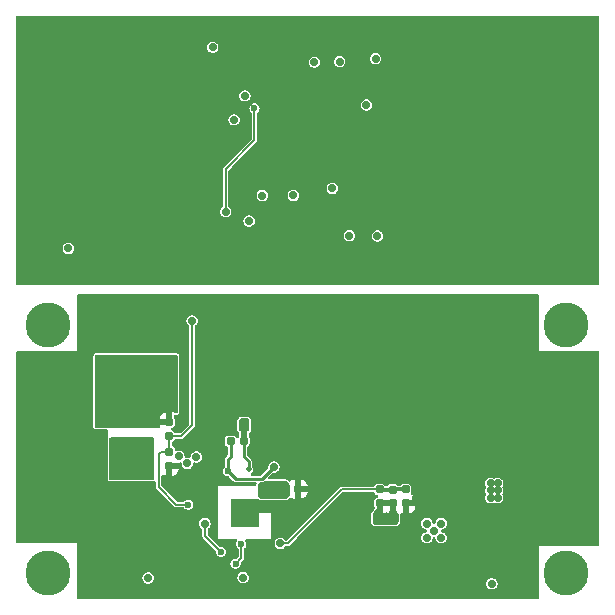
<source format=gbr>
%TF.GenerationSoftware,KiCad,Pcbnew,7.0.1*%
%TF.CreationDate,2024-01-20T12:23:47-08:00*%
%TF.ProjectId,CC1200 Dev Board,43433132-3030-4204-9465-7620426f6172,v1.0*%
%TF.SameCoordinates,PX450a6a0PY58363a0*%
%TF.FileFunction,Copper,L4,Bot*%
%TF.FilePolarity,Positive*%
%FSLAX46Y46*%
G04 Gerber Fmt 4.6, Leading zero omitted, Abs format (unit mm)*
G04 Created by KiCad (PCBNEW 7.0.1) date 2024-01-20 12:23:47*
%MOMM*%
%LPD*%
G01*
G04 APERTURE LIST*
G04 Aperture macros list*
%AMRoundRect*
0 Rectangle with rounded corners*
0 $1 Rounding radius*
0 $2 $3 $4 $5 $6 $7 $8 $9 X,Y pos of 4 corners*
0 Add a 4 corners polygon primitive as box body*
4,1,4,$2,$3,$4,$5,$6,$7,$8,$9,$2,$3,0*
0 Add four circle primitives for the rounded corners*
1,1,$1+$1,$2,$3*
1,1,$1+$1,$4,$5*
1,1,$1+$1,$6,$7*
1,1,$1+$1,$8,$9*
0 Add four rect primitives between the rounded corners*
20,1,$1+$1,$2,$3,$4,$5,0*
20,1,$1+$1,$4,$5,$6,$7,0*
20,1,$1+$1,$6,$7,$8,$9,0*
20,1,$1+$1,$8,$9,$2,$3,0*%
G04 Aperture macros list end*
%TA.AperFunction,WasherPad*%
%ADD10C,3.810000*%
%TD*%
%TA.AperFunction,SMDPad,CuDef*%
%ADD11RoundRect,0.160000X0.160000X-0.197500X0.160000X0.197500X-0.160000X0.197500X-0.160000X-0.197500X0*%
%TD*%
%TA.AperFunction,SMDPad,CuDef*%
%ADD12RoundRect,0.155000X-0.212500X-0.155000X0.212500X-0.155000X0.212500X0.155000X-0.212500X0.155000X0*%
%TD*%
%TA.AperFunction,SMDPad,CuDef*%
%ADD13RoundRect,0.250000X0.625000X-0.312500X0.625000X0.312500X-0.625000X0.312500X-0.625000X-0.312500X0*%
%TD*%
%TA.AperFunction,SMDPad,CuDef*%
%ADD14RoundRect,0.155000X0.212500X0.155000X-0.212500X0.155000X-0.212500X-0.155000X0.212500X-0.155000X0*%
%TD*%
%TA.AperFunction,SMDPad,CuDef*%
%ADD15RoundRect,0.155000X0.155000X-0.212500X0.155000X0.212500X-0.155000X0.212500X-0.155000X-0.212500X0*%
%TD*%
%TA.AperFunction,SMDPad,CuDef*%
%ADD16RoundRect,0.160000X-0.160000X0.197500X-0.160000X-0.197500X0.160000X-0.197500X0.160000X0.197500X0*%
%TD*%
%TA.AperFunction,SMDPad,CuDef*%
%ADD17RoundRect,0.225000X-0.250000X0.225000X-0.250000X-0.225000X0.250000X-0.225000X0.250000X0.225000X0*%
%TD*%
%TA.AperFunction,ViaPad*%
%ADD18C,0.700000*%
%TD*%
%TA.AperFunction,ViaPad*%
%ADD19C,0.635000*%
%TD*%
%TA.AperFunction,ViaPad*%
%ADD20C,0.500000*%
%TD*%
%TA.AperFunction,ViaPad*%
%ADD21C,0.600000*%
%TD*%
%TA.AperFunction,Conductor*%
%ADD22C,0.270000*%
%TD*%
%TA.AperFunction,Conductor*%
%ADD23C,0.203200*%
%TD*%
%TA.AperFunction,Conductor*%
%ADD24C,0.304800*%
%TD*%
G04 APERTURE END LIST*
D10*
%TO.P,REF\u002A\u002A,*%
%TO.N,*%
X46870000Y23485000D03*
%TD*%
%TO.P,,*%
%TO.N,*%
X46870000Y2530000D03*
%TD*%
%TO.P,,*%
%TO.N,*%
X3055000Y23485000D03*
%TD*%
%TO.P,,*%
%TO.N,*%
X3055000Y2530000D03*
%TD*%
D11*
%TO.P,R10,1*%
%TO.N,MPPTSET_RST*%
X13300000Y14102500D03*
%TO.P,R10,2*%
%TO.N,VIN*%
X13300000Y15297500D03*
%TD*%
D12*
%TO.P,C31,1*%
%TO.N,Net-(U2-BTST)*%
X18482500Y13700000D03*
%TO.P,C31,2*%
%TO.N,Net-(U2-PH)*%
X19617500Y13700000D03*
%TD*%
D13*
%TO.P,R16,1*%
%TO.N,Net-(C35-Pad1)*%
X10170000Y13077500D03*
%TO.P,R16,2*%
%TO.N,VIN*%
X10170000Y16002500D03*
%TD*%
D14*
%TO.P,C32,1*%
%TO.N,GND*%
X24167500Y9600000D03*
%TO.P,C32,2*%
%TO.N,Net-(U2-REGN)*%
X23032500Y9600000D03*
%TD*%
D15*
%TO.P,C29,1*%
%TO.N,BAT_OUT_R*%
X32200000Y8432500D03*
%TO.P,C29,2*%
%TO.N,VFB*%
X32200000Y9567500D03*
%TD*%
D11*
%TO.P,R11,1*%
%TO.N,GND*%
X13300000Y11602500D03*
%TO.P,R11,2*%
%TO.N,MPPTSET_RST*%
X13300000Y12797500D03*
%TD*%
D16*
%TO.P,R7,1*%
%TO.N,VFB*%
X31100000Y9597500D03*
%TO.P,R7,2*%
%TO.N,BAT_OUT_R*%
X31100000Y8402500D03*
%TD*%
D11*
%TO.P,R8,1*%
%TO.N,GND*%
X33300000Y8405000D03*
%TO.P,R8,2*%
%TO.N,VFB*%
X33300000Y9600000D03*
%TD*%
D17*
%TO.P,C35,1*%
%TO.N,Net-(C35-Pad1)*%
X10170000Y11195000D03*
%TO.P,C35,2*%
%TO.N,GND*%
X10170000Y9645000D03*
%TD*%
D18*
%TO.N,GND*%
X25400000Y13970000D03*
X30480000Y13970000D03*
X27940000Y13970000D03*
X29210000Y15240000D03*
X31750000Y15240000D03*
X31750000Y17780000D03*
X30480000Y16510000D03*
X30480000Y19050000D03*
X29210000Y17780000D03*
X27940000Y16510000D03*
X27940000Y19050000D03*
X26670000Y20320000D03*
X24130000Y20320000D03*
X34290000Y20320000D03*
X31750000Y20320000D03*
X29210000Y20320000D03*
D19*
X21500000Y17825000D03*
D18*
X22975000Y13675000D03*
X22125000Y13150000D03*
X21075000Y13150000D03*
D20*
%TO.N,Net-(U2-PH)*%
X19650000Y14975000D03*
D18*
%TO.N,GND*%
X36710000Y25390000D03*
X17660000Y19040000D03*
X43695000Y34280000D03*
X25210000Y33090000D03*
X12580000Y24120000D03*
X15120000Y31740000D03*
X48140000Y29200000D03*
X47479600Y46726000D03*
X3690000Y30470000D03*
X2420000Y11420000D03*
X9582800Y5882800D03*
X14104000Y43932000D03*
X40164400Y37378800D03*
X38792800Y47996000D03*
X2420000Y46980000D03*
X29090000Y25390000D03*
X32900000Y31740000D03*
X34170000Y22850000D03*
X18930000Y25390000D03*
X15700000Y4400000D03*
X4960000Y46980000D03*
X13850000Y25390000D03*
X32900000Y21580000D03*
X47733600Y42001600D03*
X45193600Y38140800D03*
X20200000Y24120000D03*
X22079600Y46573600D03*
X31630000Y22850000D03*
X25800000Y9800000D03*
X46870000Y38090000D03*
X4960000Y13960000D03*
X16400000Y2500000D03*
X8700000Y6700000D03*
X48140000Y36820000D03*
X30868000Y29860400D03*
X4720000Y40150000D03*
X40520000Y31740000D03*
X38792800Y41900000D03*
X27820000Y34280000D03*
X43060000Y3800000D03*
X2420000Y29200000D03*
X39250000Y15230000D03*
X44330000Y27930000D03*
X37980000Y29200000D03*
X21470000Y27930000D03*
X31503000Y44567000D03*
X7500000Y3800000D03*
X18218800Y46980000D03*
X26143600Y47488000D03*
X39250000Y19040000D03*
X21470000Y25390000D03*
X25280000Y31740000D03*
X16810000Y40410000D03*
X16840000Y39410000D03*
X10040000Y46980000D03*
X34170000Y45710000D03*
X15120000Y34280000D03*
X10040000Y1260000D03*
X16390000Y36185000D03*
X37980000Y31740000D03*
X25661000Y39106000D03*
X23375000Y40249000D03*
X16500000Y11500000D03*
D21*
X22384400Y6187600D03*
D18*
X37980000Y21580000D03*
X25280000Y21580000D03*
X25280000Y5070000D03*
X23248000Y8118000D03*
D21*
X10040000Y39360000D03*
D18*
X43060000Y29200000D03*
D21*
X10040000Y31740000D03*
D18*
X34170000Y10150000D03*
X10040000Y24120000D03*
X16390000Y30470000D03*
X32900000Y24120000D03*
X14200000Y4200000D03*
X39250000Y30470000D03*
X26410000Y33130000D03*
X9582800Y8340800D03*
X36710000Y30470000D03*
X36710000Y27930000D03*
X4720000Y35080000D03*
X24518000Y40249000D03*
D21*
X18900000Y6900000D03*
D18*
X6230000Y27930000D03*
X41840800Y48097600D03*
X36710000Y43170000D03*
X12580000Y3800000D03*
X2420000Y13960000D03*
X25800000Y11700000D03*
X15120000Y3800000D03*
X19641200Y1006000D03*
X8770000Y25390000D03*
X35440000Y29200000D03*
X41586800Y39309200D03*
X27820000Y1260000D03*
X34170000Y25390000D03*
X13850000Y48250000D03*
X21470000Y22850000D03*
X46870000Y27930000D03*
X31630000Y25390000D03*
X34170000Y30470000D03*
X7500000Y11420000D03*
X23375000Y41265000D03*
X35440000Y24120000D03*
X48952800Y6340000D03*
X25661000Y41265000D03*
X44330000Y30470000D03*
X2420000Y31740000D03*
X10497200Y6695600D03*
X46870000Y35550000D03*
X7500000Y46980000D03*
X43060000Y1260000D03*
X39250000Y33010000D03*
X3690000Y48250000D03*
X23730600Y33340200D03*
X25940400Y1564800D03*
X45600000Y29200000D03*
X36710000Y2530000D03*
X47733600Y39258400D03*
X41790000Y22850000D03*
X9582800Y7508400D03*
X37980000Y24120000D03*
X38792800Y46726000D03*
X40520000Y24120000D03*
X30360000Y21580000D03*
X8700000Y5900000D03*
X41790000Y30470000D03*
X48140000Y34280000D03*
D21*
X20400000Y8400000D03*
D18*
X14104000Y41392000D03*
X27159600Y47488000D03*
X46412800Y39258400D03*
X27820000Y2530000D03*
X36710000Y45710000D03*
X16400000Y900000D03*
X16390000Y17770000D03*
X16390000Y48250000D03*
X36710000Y48250000D03*
X4690000Y37600000D03*
X4960000Y11420000D03*
X44838000Y48148400D03*
X32900000Y29200000D03*
X25800000Y10700000D03*
D21*
X10040000Y34280000D03*
D18*
X32900000Y44440000D03*
X18930000Y48250000D03*
X25800000Y8900000D03*
X34170000Y33264000D03*
D21*
X10040000Y29200000D03*
D18*
X37800000Y1600000D03*
X34170000Y48250000D03*
X34170000Y43170000D03*
X34779600Y41493600D03*
X20200000Y19040000D03*
X47378000Y48097600D03*
X10497200Y5882800D03*
X21216000Y33340200D03*
X47479600Y45608400D03*
X39250000Y13960000D03*
X43060000Y31740000D03*
X16390000Y20310000D03*
X10040000Y3800000D03*
X40164400Y39309200D03*
X7500000Y1260000D03*
X20200000Y21580000D03*
X39250000Y11420000D03*
X2420000Y41900000D03*
X40520000Y48097600D03*
X25940400Y2377600D03*
X24518000Y46599000D03*
X7500000Y24120000D03*
X43060000Y21580000D03*
X43060000Y24120000D03*
X36075000Y38725000D03*
X35440000Y46980000D03*
X29267800Y2504600D03*
X10497200Y7508400D03*
X39250000Y16500000D03*
X19840000Y43870000D03*
X27820000Y21580000D03*
X14104000Y36312000D03*
X35440000Y2530000D03*
X38792800Y45456000D03*
X16390000Y25390000D03*
D21*
X10040000Y41900000D03*
D18*
X41790000Y27930000D03*
X45600000Y31740000D03*
X16700000Y3400000D03*
X23552800Y43474800D03*
X28429600Y29911200D03*
X36710000Y22850000D03*
X18930000Y27930000D03*
X35440000Y21580000D03*
X38792800Y40579200D03*
X36710000Y3800000D03*
X29090000Y3800000D03*
X24075000Y8118000D03*
X41790000Y25390000D03*
X11310000Y27930000D03*
X25940400Y750000D03*
D21*
X25000000Y8321200D03*
D18*
X47733600Y40680800D03*
X4720000Y45230000D03*
X31630000Y33264000D03*
X4770000Y32520000D03*
X39250000Y27930000D03*
X13850000Y31232000D03*
X14104000Y33772000D03*
X11310000Y25390000D03*
X3690000Y27930000D03*
X35440000Y44440000D03*
X30080000Y43280000D03*
X24010000Y25390000D03*
X38792800Y39309200D03*
X16500000Y12300000D03*
X4770000Y42680000D03*
X40520000Y21580000D03*
X24010000Y30470000D03*
X12580000Y46980000D03*
X15120000Y29200000D03*
X39250000Y20310000D03*
X29090000Y27930000D03*
X39250000Y12690000D03*
X17660000Y44440000D03*
X41637600Y37734400D03*
X35440000Y31740000D03*
X2420000Y34280000D03*
X35440000Y3800000D03*
D21*
X20400000Y6900000D03*
D18*
X36964000Y33010000D03*
X31630000Y27930000D03*
X24010000Y27930000D03*
X24518000Y39106000D03*
X26270000Y28300000D03*
X46870000Y30470000D03*
X30207600Y47792800D03*
X2420000Y44440000D03*
X34170000Y8880000D03*
X25661000Y40249000D03*
X15120000Y46980000D03*
X6230000Y48250000D03*
X7500000Y13960000D03*
X45193600Y39258400D03*
X8700000Y8321200D03*
X8700000Y7500000D03*
X39250000Y22850000D03*
X13850000Y27930000D03*
X41485200Y33975200D03*
X48140000Y31740000D03*
X2420000Y36820000D03*
X46057200Y36667600D03*
X45600000Y34280000D03*
X48952800Y8930800D03*
X24518000Y41265000D03*
X11310000Y48250000D03*
X44330000Y33010000D03*
X14358000Y38852000D03*
X24400000Y5000000D03*
X9582800Y6695600D03*
X11310000Y5070000D03*
X22740000Y24120000D03*
X36710000Y40630000D03*
X46870000Y33010000D03*
X38742000Y37429600D03*
D21*
X10040000Y36820000D03*
X22790800Y1514000D03*
D18*
X22740000Y21580000D03*
X16390000Y27930000D03*
X15120000Y36820000D03*
D21*
X19700000Y7700000D03*
D18*
X8770000Y27930000D03*
X37980000Y34280000D03*
X8770000Y48250000D03*
X14500000Y900000D03*
X23375000Y39106000D03*
X34830400Y37886800D03*
X2420000Y39360000D03*
X46006400Y48148400D03*
D21*
X10040000Y44440000D03*
D18*
X30360000Y24120000D03*
X36329000Y1031400D03*
D21*
X23222600Y6213000D03*
D18*
X18930000Y17770000D03*
X29140800Y47792800D03*
X18930000Y22850000D03*
X32900000Y46980000D03*
X39250000Y25390000D03*
X14500000Y2500000D03*
X18930000Y20310000D03*
X39250000Y17770000D03*
X27820000Y24120000D03*
X17660000Y21580000D03*
X22425000Y8118000D03*
X24010000Y48250000D03*
X10497200Y8321200D03*
X29090000Y22850000D03*
D21*
X18900000Y8400000D03*
D18*
X28124800Y48707200D03*
X40520000Y29200000D03*
X34170000Y27930000D03*
%TO.N,+3.3V*%
X18777600Y40884000D03*
X25584800Y45760800D03*
X27090000Y35080000D03*
X4740000Y29990000D03*
X27718400Y45811600D03*
X29980000Y42140000D03*
X20050000Y32320000D03*
X21160000Y34470000D03*
X30918800Y31040000D03*
X19692000Y42916000D03*
X16970000Y47030800D03*
X30766400Y46065600D03*
X23790000Y34480000D03*
X28531200Y31080000D03*
%TO.N,BAT_OUT_R*%
X36300000Y5500000D03*
X35700000Y6100000D03*
X40600000Y1600000D03*
X32200000Y7600000D03*
X32200000Y7000000D03*
X31000000Y7600000D03*
X36300000Y6700000D03*
X31000000Y7000000D03*
X35100000Y6700000D03*
X35100000Y5500000D03*
%TO.N,VFB*%
X22689200Y5019200D03*
%TO.N,VIN_D*%
X15577200Y12334400D03*
X19539600Y2123600D03*
X14815200Y11800000D03*
X14104000Y12385200D03*
X11500000Y2100000D03*
D21*
%TO.N,Net-(U2-BTST)*%
X18295000Y11140600D03*
D18*
X22155800Y11496200D03*
D20*
%TO.N,Net-(U2-PH)*%
X20000000Y11300000D03*
D18*
%TO.N,Net-(U2-REGN)*%
X21700000Y9910000D03*
X21420000Y9130000D03*
D21*
%TO.N,Net-(D2-K)*%
X18900000Y3300000D03*
X19387200Y4968400D03*
D18*
%TO.N,VIN*%
X9400000Y19903600D03*
X10192400Y17465200D03*
X8516000Y17465200D03*
X8516000Y19090800D03*
X10192400Y19903600D03*
X9379600Y17465200D03*
X9400000Y18278000D03*
X8516000Y18278000D03*
X10192400Y19090800D03*
X9400000Y19090800D03*
X10192400Y18278000D03*
X8516000Y19903600D03*
%TO.N,BAT_OUT*%
X40500000Y8900000D03*
X40500000Y9500000D03*
X41100000Y10100000D03*
X41100000Y8900000D03*
X41100000Y9500000D03*
X40500000Y10100000D03*
D21*
%TO.N,BAT_TEMP*%
X17660000Y4308000D03*
D18*
X16300000Y6700000D03*
D21*
%TO.N,/RESET*%
X20504800Y41849200D03*
D18*
X18070000Y33110000D03*
%TO.N,MPPTSET_RST*%
X15221600Y23866000D03*
D21*
X14900000Y8300000D03*
%TD*%
D22*
%TO.N,Net-(U2-BTST)*%
X18295000Y12162500D02*
X18482500Y12350000D01*
X18295000Y11140600D02*
X18295000Y12162500D01*
X20020481Y10500000D02*
X18935600Y10500000D01*
X18935600Y10500000D02*
X18295000Y11140600D01*
X18482500Y13700000D02*
X18482500Y12350000D01*
%TO.N,Net-(U2-PH)*%
X20000000Y11967500D02*
X19617500Y12350000D01*
X19617500Y12350000D02*
X19617500Y13700000D01*
D23*
%TO.N,VFB*%
X23319200Y5019200D02*
X27897500Y9597500D01*
X22689200Y5019200D02*
X23319200Y5019200D01*
D24*
X32200000Y9567500D02*
X31130000Y9567500D01*
X33300000Y9600000D02*
X32232500Y9600000D01*
D23*
X31130000Y9567500D02*
X31100000Y9597500D01*
X32232500Y9600000D02*
X32200000Y9567500D01*
X31100000Y9597500D02*
X27897500Y9597500D01*
D22*
%TO.N,Net-(U2-BTST)*%
X21159600Y10500000D02*
X22155800Y11496200D01*
X20020481Y10500000D02*
X21159600Y10500000D01*
%TO.N,Net-(U2-PH)*%
X20000000Y11300000D02*
X20000000Y11967500D01*
D23*
%TO.N,Net-(D2-K)*%
X19387200Y4968400D02*
X19387200Y3787200D01*
X19387200Y3787200D02*
X18900000Y3300000D01*
%TO.N,BAT_TEMP*%
X17660000Y4308000D02*
X16300000Y5668000D01*
X16300000Y5668000D02*
X16300000Y6700000D01*
%TO.N,/RESET*%
X20504800Y41849200D02*
X20504800Y39134800D01*
X18070000Y33110000D02*
X18070000Y36700000D01*
X18070000Y36700000D02*
X20504800Y39134800D01*
%TO.N,MPPTSET_RST*%
X12400000Y9800000D02*
X13900000Y8300000D01*
X13300000Y12797500D02*
X13300000Y14102500D01*
X12400000Y12600000D02*
X12400000Y9800000D01*
X13300000Y12797500D02*
X12597500Y12797500D01*
X12597500Y12797500D02*
X12400000Y12600000D01*
X14302500Y14102500D02*
X13300000Y14102500D01*
X13900000Y8300000D02*
X14900000Y8300000D01*
X15221600Y15021600D02*
X14302500Y14102500D01*
X15221600Y23866000D02*
X15221600Y15021600D01*
%TD*%
%TA.AperFunction,Conductor*%
%TO.N,GND*%
G36*
X44522000Y26110387D02*
G01*
X44567387Y26065000D01*
X44584000Y26003000D01*
X44584000Y21326000D01*
X49575780Y21326000D01*
X49637780Y21309387D01*
X49683167Y21264000D01*
X49699780Y21202000D01*
X49699780Y9995440D01*
X49699779Y9994962D01*
X49680280Y4939522D01*
X49663508Y4877724D01*
X49618143Y4832533D01*
X49556281Y4816000D01*
X44584000Y4816000D01*
X44584000Y424220D01*
X44567387Y362220D01*
X44522000Y316833D01*
X44460000Y300220D01*
X5592000Y300220D01*
X5530000Y316833D01*
X5484613Y362220D01*
X5468000Y424220D01*
X5468000Y1600000D01*
X40117590Y1600000D01*
X40137130Y1464089D01*
X40194170Y1339191D01*
X40194171Y1339189D01*
X40232202Y1295299D01*
X40284088Y1235419D01*
X40341844Y1198302D01*
X40399600Y1161184D01*
X40531346Y1122500D01*
X40668654Y1122500D01*
X40800400Y1161184D01*
X40915911Y1235419D01*
X41005829Y1339189D01*
X41062869Y1464089D01*
X41082410Y1600000D01*
X41062869Y1735911D01*
X41005829Y1860811D01*
X40960870Y1912696D01*
X40915911Y1964582D01*
X40800398Y2038817D01*
X40668654Y2077500D01*
X40531346Y2077500D01*
X40399601Y2038817D01*
X40284088Y1964582D01*
X40194170Y1860810D01*
X40137130Y1735912D01*
X40117590Y1600000D01*
X5468000Y1600000D01*
X5468000Y2100000D01*
X11017590Y2100000D01*
X11037130Y1964089D01*
X11084297Y1860810D01*
X11094171Y1839189D01*
X11132202Y1795299D01*
X11184088Y1735419D01*
X11241844Y1698302D01*
X11299600Y1661184D01*
X11431346Y1622500D01*
X11568654Y1622500D01*
X11700400Y1661184D01*
X11815911Y1735419D01*
X11905829Y1839189D01*
X11962869Y1964089D01*
X11982410Y2100000D01*
X11979017Y2123600D01*
X19057190Y2123600D01*
X19076730Y1987689D01*
X19133770Y1862791D01*
X19133771Y1862789D01*
X19154219Y1839191D01*
X19223688Y1759019D01*
X19259644Y1735912D01*
X19339200Y1684784D01*
X19470946Y1646100D01*
X19608254Y1646100D01*
X19740000Y1684784D01*
X19855511Y1759019D01*
X19945429Y1862789D01*
X20002469Y1987689D01*
X20022010Y2123600D01*
X20002469Y2259511D01*
X19945429Y2384411D01*
X19875960Y2464582D01*
X19855511Y2488182D01*
X19739998Y2562417D01*
X19608254Y2601100D01*
X19470946Y2601100D01*
X19339201Y2562417D01*
X19223688Y2488182D01*
X19133770Y2384410D01*
X19076730Y2259512D01*
X19057190Y2123600D01*
X11979017Y2123600D01*
X11962869Y2235911D01*
X11952091Y2259511D01*
X11905829Y2360810D01*
X11905829Y2360811D01*
X11860869Y2412697D01*
X11815911Y2464582D01*
X11700398Y2538817D01*
X11568654Y2577500D01*
X11431346Y2577500D01*
X11299601Y2538817D01*
X11184088Y2464582D01*
X11094170Y2360810D01*
X11037130Y2235912D01*
X11017590Y2100000D01*
X5468000Y2100000D01*
X5468000Y5070000D01*
X424220Y5070000D01*
X362220Y5086613D01*
X316833Y5132000D01*
X300220Y5194000D01*
X300220Y6700001D01*
X15817590Y6700001D01*
X15837130Y6564089D01*
X15894170Y6439191D01*
X15894171Y6439189D01*
X15928129Y6400000D01*
X15984089Y6335418D01*
X16013938Y6316236D01*
X16055732Y6271347D01*
X16070900Y6211920D01*
X16070900Y5677235D01*
X16070730Y5670746D01*
X16068666Y5631360D01*
X16076158Y5611841D01*
X16081683Y5593190D01*
X16086031Y5572734D01*
X16087331Y5570945D01*
X16102773Y5542507D01*
X16103568Y5540436D01*
X16118350Y5525654D01*
X16130986Y5510860D01*
X16143278Y5493942D01*
X16145192Y5492837D01*
X16170873Y5473131D01*
X17197777Y4446227D01*
X17227750Y4397706D01*
X17232834Y4340900D01*
X17228104Y4308001D01*
X17245599Y4186319D01*
X17296664Y4074501D01*
X17296666Y4074499D01*
X17377168Y3981595D01*
X17480584Y3915134D01*
X17598535Y3880500D01*
X17721465Y3880500D01*
X17839416Y3915134D01*
X17942832Y3981595D01*
X18023334Y4074499D01*
X18074401Y4186321D01*
X18091896Y4308000D01*
X18074401Y4429679D01*
X18066844Y4446227D01*
X18023335Y4541500D01*
X17942832Y4634405D01*
X17839414Y4700867D01*
X17721465Y4735500D01*
X17607858Y4735500D01*
X17560405Y4744939D01*
X17520177Y4771819D01*
X17047522Y5244474D01*
X16891996Y5400000D01*
X17400000Y5400000D01*
X18923998Y5400000D01*
X18978710Y5387277D01*
X19022195Y5351719D01*
X19045529Y5300623D01*
X19043923Y5244474D01*
X19030259Y5218582D01*
X19031272Y5218119D01*
X18972799Y5090082D01*
X18955304Y4968400D01*
X18972799Y4846719D01*
X19023864Y4734902D01*
X19023865Y4734901D01*
X19023866Y4734899D01*
X19104368Y4641995D01*
X19104369Y4641995D01*
X19116044Y4628521D01*
X19115806Y4628316D01*
X19142931Y4599183D01*
X19158100Y4539755D01*
X19158100Y3933459D01*
X19148661Y3886006D01*
X19121781Y3845779D01*
X19077596Y3801593D01*
X19039821Y3763818D01*
X18999592Y3736939D01*
X18952140Y3727500D01*
X18838535Y3727500D01*
X18720585Y3692867D01*
X18617167Y3626405D01*
X18536664Y3533500D01*
X18485599Y3421682D01*
X18468104Y3300001D01*
X18485599Y3178319D01*
X18536664Y3066501D01*
X18536666Y3066499D01*
X18617168Y2973595D01*
X18720584Y2907134D01*
X18838535Y2872500D01*
X18961465Y2872500D01*
X19079416Y2907134D01*
X19182832Y2973595D01*
X19263334Y3066499D01*
X19314401Y3178321D01*
X19331896Y3300000D01*
X19327165Y3332902D01*
X19332248Y3389704D01*
X19362220Y3438225D01*
X19542683Y3618688D01*
X19547352Y3623119D01*
X19576686Y3649530D01*
X19585190Y3668632D01*
X19594469Y3685723D01*
X19605862Y3703264D01*
X19606208Y3705450D01*
X19615402Y3736489D01*
X19616300Y3738503D01*
X19616300Y3759409D01*
X19617826Y3778804D01*
X19618419Y3782553D01*
X19621097Y3799459D01*
X19620524Y3801595D01*
X19616300Y3833686D01*
X19616300Y4539755D01*
X19631469Y4599183D01*
X19658593Y4628316D01*
X19658356Y4628521D01*
X19670030Y4641994D01*
X19670032Y4641995D01*
X19750534Y4734899D01*
X19801601Y4846721D01*
X19819096Y4968400D01*
X19811792Y5019200D01*
X22206790Y5019200D01*
X22226330Y4883289D01*
X22277238Y4771819D01*
X22283371Y4758389D01*
X22311473Y4725958D01*
X22373288Y4654619D01*
X22392932Y4641995D01*
X22488800Y4580384D01*
X22620546Y4541700D01*
X22757854Y4541700D01*
X22889600Y4580384D01*
X23005111Y4654619D01*
X23045185Y4700866D01*
X23085423Y4747303D01*
X23127625Y4778894D01*
X23179136Y4790100D01*
X23309964Y4790100D01*
X23316454Y4789930D01*
X23355839Y4787866D01*
X23375348Y4795355D01*
X23394009Y4800884D01*
X23414465Y4805231D01*
X23416255Y4806533D01*
X23444708Y4821979D01*
X23446764Y4822768D01*
X23461545Y4837550D01*
X23476341Y4850188D01*
X23493258Y4862478D01*
X23494366Y4864399D01*
X23514066Y4890072D01*
X24123994Y5500000D01*
X34617590Y5500000D01*
X34618461Y5493942D01*
X34637130Y5364089D01*
X34685805Y5257507D01*
X34694171Y5239189D01*
X34726482Y5201901D01*
X34784088Y5135419D01*
X34841844Y5098302D01*
X34899600Y5061184D01*
X35031346Y5022500D01*
X35168654Y5022500D01*
X35300400Y5061184D01*
X35415911Y5135419D01*
X35505829Y5239189D01*
X35562869Y5364089D01*
X35577262Y5464197D01*
X35598992Y5518476D01*
X35643180Y5556765D01*
X35700000Y5570549D01*
X35756820Y5556765D01*
X35801008Y5518476D01*
X35822738Y5464196D01*
X35837130Y5364089D01*
X35885805Y5257507D01*
X35894171Y5239189D01*
X35926482Y5201901D01*
X35984088Y5135419D01*
X36041844Y5098302D01*
X36099600Y5061184D01*
X36231346Y5022500D01*
X36368654Y5022500D01*
X36500400Y5061184D01*
X36615911Y5135419D01*
X36705829Y5239189D01*
X36762869Y5364089D01*
X36782410Y5500000D01*
X36762869Y5635911D01*
X36759337Y5643644D01*
X36705829Y5760810D01*
X36705829Y5760811D01*
X36659516Y5814259D01*
X36615911Y5864582D01*
X36500398Y5938817D01*
X36356655Y5981024D01*
X36302665Y6013581D01*
X36271664Y6068479D01*
X36271664Y6131525D01*
X36302666Y6186422D01*
X36356656Y6218978D01*
X36368651Y6222500D01*
X36368654Y6222500D01*
X36500400Y6261184D01*
X36615911Y6335419D01*
X36705829Y6439189D01*
X36762869Y6564089D01*
X36782410Y6700000D01*
X36762869Y6835911D01*
X36705829Y6960811D01*
X36660869Y7012697D01*
X36615911Y7064582D01*
X36500398Y7138817D01*
X36368654Y7177500D01*
X36231346Y7177500D01*
X36099601Y7138817D01*
X35984088Y7064582D01*
X35894170Y6960810D01*
X35837130Y6835912D01*
X35822738Y6735805D01*
X35801008Y6681525D01*
X35756820Y6643236D01*
X35700000Y6629452D01*
X35643180Y6643236D01*
X35598992Y6681525D01*
X35577262Y6735805D01*
X35562869Y6835912D01*
X35505829Y6960810D01*
X35505829Y6960811D01*
X35460869Y7012697D01*
X35415911Y7064582D01*
X35300398Y7138817D01*
X35168654Y7177500D01*
X35031346Y7177500D01*
X34899601Y7138817D01*
X34784088Y7064582D01*
X34694170Y6960810D01*
X34637130Y6835912D01*
X34617590Y6700001D01*
X34637130Y6564089D01*
X34694170Y6439191D01*
X34694171Y6439189D01*
X34728129Y6400000D01*
X34784088Y6335419D01*
X34813938Y6316236D01*
X34899600Y6261184D01*
X35031346Y6222500D01*
X35031348Y6222500D01*
X35043343Y6218978D01*
X35097333Y6186422D01*
X35128335Y6131525D01*
X35128335Y6068479D01*
X35097334Y6013581D01*
X35043345Y5981024D01*
X34899600Y5938816D01*
X34784088Y5864582D01*
X34694170Y5760810D01*
X34637130Y5635912D01*
X34621278Y5525654D01*
X34617590Y5500000D01*
X24123994Y5500000D01*
X27956077Y9332081D01*
X27996306Y9358961D01*
X28043759Y9368400D01*
X30558876Y9368400D01*
X30605445Y9359323D01*
X30645197Y9333421D01*
X30672310Y9294486D01*
X30698704Y9234709D01*
X30774708Y9158705D01*
X30877236Y9113434D01*
X30922547Y9079217D01*
X30947856Y9028390D01*
X30947856Y8971610D01*
X30922547Y8920783D01*
X30877236Y8886566D01*
X30774708Y8841296D01*
X30698706Y8765294D01*
X30655288Y8666963D01*
X30652500Y8642923D01*
X30652500Y8162077D01*
X30655288Y8138038D01*
X30684001Y8073010D01*
X30693190Y8004504D01*
X30664280Y7941722D01*
X30594170Y7860810D01*
X30548045Y7759811D01*
X30508742Y7711447D01*
X30449363Y7667755D01*
X30412203Y7623845D01*
X30384460Y7568988D01*
X30371114Y7513026D01*
X30367500Y7482291D01*
X30367500Y6851362D01*
X30370046Y6825508D01*
X30379483Y6778062D01*
X30399270Y6730294D01*
X30426150Y6690067D01*
X30442627Y6669988D01*
X30569987Y6542628D01*
X30590066Y6526151D01*
X30630293Y6499271D01*
X30678061Y6479484D01*
X30725507Y6470047D01*
X30725508Y6470047D01*
X30725513Y6470046D01*
X30751362Y6467500D01*
X32448638Y6467500D01*
X32474487Y6470046D01*
X32474916Y6470132D01*
X32521938Y6479484D01*
X32532759Y6483967D01*
X32569705Y6499270D01*
X32609933Y6526150D01*
X32630011Y6542627D01*
X32757373Y6669989D01*
X32773850Y6690067D01*
X32800730Y6730295D01*
X32820515Y6778060D01*
X32820514Y6778060D01*
X32820516Y6778062D01*
X32829953Y6825508D01*
X32829952Y6825508D01*
X32829954Y6825513D01*
X32832500Y6851362D01*
X32832500Y7443499D01*
X32845846Y7499460D01*
X32883010Y7543375D01*
X32935993Y7565792D01*
X32993390Y7561884D01*
X33020156Y7553544D01*
X33050000Y7550832D01*
X33050000Y8155000D01*
X33550000Y8155000D01*
X33550000Y7550832D01*
X33579843Y7553544D01*
X33732861Y7601226D01*
X33870024Y7684143D01*
X33983357Y7797476D01*
X34066274Y7934639D01*
X34113956Y8087657D01*
X34120000Y8154159D01*
X34120000Y8155000D01*
X33550000Y8155000D01*
X33050000Y8155000D01*
X33050000Y8531000D01*
X33066613Y8593000D01*
X33112000Y8638387D01*
X33174000Y8655000D01*
X34120000Y8655000D01*
X34120000Y8655841D01*
X34113956Y8722344D01*
X34066274Y8875362D01*
X34051380Y8900000D01*
X40017590Y8900000D01*
X40037130Y8764089D01*
X40086566Y8655841D01*
X40094171Y8639189D01*
X40132203Y8595299D01*
X40184088Y8535419D01*
X40193921Y8529100D01*
X40299600Y8461184D01*
X40431346Y8422500D01*
X40568654Y8422500D01*
X40700400Y8461184D01*
X40732961Y8482111D01*
X40776532Y8499554D01*
X40823468Y8499554D01*
X40867038Y8482111D01*
X40899600Y8461184D01*
X41031346Y8422500D01*
X41168654Y8422500D01*
X41300400Y8461184D01*
X41415911Y8535419D01*
X41505829Y8639189D01*
X41562869Y8764089D01*
X41582410Y8900000D01*
X41563950Y9028390D01*
X41562869Y9035912D01*
X41511457Y9148488D01*
X41500251Y9200000D01*
X41511457Y9251512D01*
X41562869Y9364089D01*
X41563489Y9368400D01*
X41582410Y9500000D01*
X41562869Y9635911D01*
X41559695Y9642860D01*
X41511457Y9748488D01*
X41500251Y9800000D01*
X41511457Y9851512D01*
X41562869Y9964089D01*
X41567308Y9994962D01*
X41582410Y10100000D01*
X41562869Y10235911D01*
X41562143Y10237500D01*
X41518682Y10332667D01*
X41505829Y10360811D01*
X41454093Y10420517D01*
X41415911Y10464582D01*
X41300398Y10538817D01*
X41168654Y10577500D01*
X41031346Y10577500D01*
X40899598Y10538816D01*
X40867037Y10517890D01*
X40799998Y10498206D01*
X40732960Y10517891D01*
X40700400Y10538816D01*
X40568654Y10577500D01*
X40431346Y10577500D01*
X40299601Y10538817D01*
X40184088Y10464582D01*
X40094170Y10360810D01*
X40037130Y10235912D01*
X40017590Y10100001D01*
X40037131Y9964087D01*
X40088542Y9851512D01*
X40099748Y9800001D01*
X40088543Y9748490D01*
X40037130Y9635911D01*
X40017590Y9500000D01*
X40037131Y9364087D01*
X40088542Y9251512D01*
X40099748Y9200001D01*
X40088543Y9148490D01*
X40037130Y9035911D01*
X40017590Y8900000D01*
X34051380Y8900000D01*
X33983357Y9012525D01*
X33870025Y9125857D01*
X33791376Y9173402D01*
X33749561Y9215119D01*
X33731789Y9271447D01*
X33742091Y9329605D01*
X33744711Y9335537D01*
X33747500Y9359576D01*
X33747500Y9840424D01*
X33744711Y9864463D01*
X33701295Y9962791D01*
X33701293Y9962793D01*
X33701293Y9962794D01*
X33625293Y10038794D01*
X33526962Y10082212D01*
X33505711Y10084677D01*
X33502924Y10085000D01*
X33097076Y10085000D01*
X33094577Y10084711D01*
X33073037Y10082212D01*
X32974706Y10038794D01*
X32898705Y9962793D01*
X32894742Y9953816D01*
X32867629Y9914880D01*
X32827877Y9888977D01*
X32781307Y9879900D01*
X32700499Y9879900D01*
X32653929Y9888977D01*
X32614177Y9914880D01*
X32601664Y9932849D01*
X32592098Y9942415D01*
X32592098Y9942416D01*
X32517416Y10017098D01*
X32517415Y10017099D01*
X32517414Y10017100D01*
X32420801Y10059759D01*
X32405049Y10061587D01*
X32397174Y10062500D01*
X32002826Y10062500D01*
X31996919Y10061815D01*
X31979198Y10059759D01*
X31882583Y10017099D01*
X31807902Y9942418D01*
X31798585Y9921315D01*
X31771471Y9882379D01*
X31731720Y9856477D01*
X31685150Y9847400D01*
X31631940Y9847400D01*
X31585371Y9856477D01*
X31545619Y9882379D01*
X31518506Y9921314D01*
X31501295Y9960292D01*
X31425293Y10036294D01*
X31326962Y10079712D01*
X31305406Y10082212D01*
X31302924Y10082500D01*
X30897076Y10082500D01*
X30894594Y10082212D01*
X30873037Y10079712D01*
X30774706Y10036294D01*
X30698704Y9960292D01*
X30672310Y9900514D01*
X30645197Y9861579D01*
X30605445Y9835677D01*
X30558876Y9826600D01*
X27906735Y9826600D01*
X27900246Y9826770D01*
X27882154Y9827719D01*
X27860861Y9828834D01*
X27860860Y9828834D01*
X27841341Y9821342D01*
X27822694Y9815819D01*
X27802234Y9811470D01*
X27800440Y9810166D01*
X27772007Y9794728D01*
X27769937Y9793934D01*
X27755148Y9779145D01*
X27740358Y9766514D01*
X27723441Y9754223D01*
X27722334Y9752304D01*
X27702632Y9726630D01*
X23263940Y5287938D01*
X23205493Y5255114D01*
X23138502Y5257507D01*
X23082546Y5294417D01*
X23005112Y5383780D01*
X23005111Y5383781D01*
X22889600Y5458016D01*
X22889599Y5458017D01*
X22889598Y5458017D01*
X22757854Y5496700D01*
X22620546Y5496700D01*
X22488801Y5458017D01*
X22373288Y5383782D01*
X22283370Y5280010D01*
X22226330Y5155112D01*
X22206790Y5019200D01*
X19811792Y5019200D01*
X19801601Y5090079D01*
X19801600Y5090082D01*
X19743128Y5218119D01*
X19744140Y5218582D01*
X19730477Y5244474D01*
X19728871Y5300623D01*
X19752205Y5351719D01*
X19795690Y5387277D01*
X19850402Y5400000D01*
X21900000Y5400000D01*
X21900000Y7600000D01*
X20900000Y7600000D01*
X20900000Y6524000D01*
X20883387Y6462000D01*
X20838000Y6416613D01*
X20776000Y6400000D01*
X18624000Y6400000D01*
X18562000Y6416613D01*
X18516613Y6462000D01*
X18500000Y6524000D01*
X18500000Y8676000D01*
X18516613Y8738000D01*
X18562000Y8783387D01*
X18624000Y8800000D01*
X20823588Y8800000D01*
X20859521Y8794679D01*
X20892371Y8779174D01*
X20995266Y8710577D01*
X21012203Y8701003D01*
X21045052Y8685498D01*
X21045054Y8685498D01*
X21045055Y8685497D01*
X21082202Y8674250D01*
X21118135Y8668929D01*
X21135117Y8667679D01*
X21137543Y8667500D01*
X21137544Y8667500D01*
X21282432Y8667500D01*
X21317367Y8662477D01*
X21351345Y8652500D01*
X21351346Y8652500D01*
X21488654Y8652500D01*
X21488655Y8652500D01*
X21522633Y8662477D01*
X21557568Y8667500D01*
X23148638Y8667500D01*
X23174487Y8670046D01*
X23174916Y8670132D01*
X23221938Y8679484D01*
X23236454Y8685497D01*
X23269705Y8699270D01*
X23309933Y8726150D01*
X23330011Y8742627D01*
X23457440Y8870057D01*
X23503113Y8899041D01*
X23556787Y8905822D01*
X23608239Y8889104D01*
X23692804Y8839092D01*
X23851717Y8792923D01*
X23888852Y8790000D01*
X23917500Y8790000D01*
X23917500Y9350000D01*
X24417500Y9350000D01*
X24417500Y8790000D01*
X24446148Y8790000D01*
X24483282Y8792923D01*
X24642198Y8839093D01*
X24784645Y8923336D01*
X24901664Y9040355D01*
X24985907Y9182802D01*
X25032078Y9341721D01*
X25032730Y9350000D01*
X24417500Y9350000D01*
X23917500Y9350000D01*
X23917500Y10410000D01*
X24417500Y10410000D01*
X24417500Y9850000D01*
X25032730Y9850000D01*
X25032078Y9858280D01*
X24985907Y10017199D01*
X24901664Y10159646D01*
X24784645Y10276665D01*
X24642198Y10360908D01*
X24483282Y10407078D01*
X24446148Y10410000D01*
X24417500Y10410000D01*
X23917500Y10410000D01*
X23888852Y10410000D01*
X23851717Y10407078D01*
X23692801Y10360908D01*
X23545400Y10273735D01*
X23493948Y10257017D01*
X23440275Y10263798D01*
X23394599Y10292785D01*
X23330011Y10357373D01*
X23330010Y10357374D01*
X23330006Y10357378D01*
X23309933Y10373850D01*
X23269706Y10400730D01*
X23221938Y10420517D01*
X23174492Y10429954D01*
X23148638Y10432500D01*
X21762693Y10432500D01*
X21706398Y10446015D01*
X21662375Y10483615D01*
X21640220Y10537102D01*
X21644762Y10594818D01*
X21675012Y10644181D01*
X22013211Y10982381D01*
X22053439Y11009261D01*
X22100892Y11018700D01*
X22224454Y11018700D01*
X22356200Y11057384D01*
X22471711Y11131619D01*
X22561629Y11235389D01*
X22618669Y11360289D01*
X22638210Y11496200D01*
X22618669Y11632111D01*
X22561629Y11757011D01*
X22493282Y11835887D01*
X22471711Y11860782D01*
X22356198Y11935017D01*
X22224454Y11973700D01*
X22087146Y11973700D01*
X21955401Y11935017D01*
X21839888Y11860782D01*
X21749970Y11757010D01*
X21692930Y11632112D01*
X21673390Y11496200D01*
X21678532Y11460435D01*
X21673448Y11403630D01*
X21643475Y11355108D01*
X21087188Y10798819D01*
X21046960Y10771939D01*
X20999507Y10762500D01*
X20293109Y10762500D01*
X20229988Y10779768D01*
X20184447Y10826762D01*
X20169170Y10890393D01*
X20188411Y10952941D01*
X20212661Y10975009D01*
X20210768Y10976902D01*
X20252787Y11018921D01*
X20309211Y11075345D01*
X20363500Y11181892D01*
X20382206Y11300000D01*
X20363500Y11418108D01*
X20309211Y11524655D01*
X20298819Y11535047D01*
X20271939Y11575275D01*
X20262500Y11622728D01*
X20262500Y11929429D01*
X20264882Y11953618D01*
X20267643Y11967500D01*
X20257077Y12020619D01*
X20247271Y12069922D01*
X20210877Y12124389D01*
X20197114Y12144987D01*
X20197114Y12144988D01*
X20197111Y12144991D01*
X20189252Y12156752D01*
X20177486Y12164614D01*
X20158696Y12180035D01*
X19916319Y12422412D01*
X19889439Y12462640D01*
X19880000Y12510093D01*
X19880000Y13177467D01*
X19889077Y13224036D01*
X19914979Y13263788D01*
X19953912Y13290901D01*
X19992416Y13307902D01*
X20067098Y13382584D01*
X20109759Y13479201D01*
X20112500Y13502826D01*
X20112500Y13897174D01*
X20109759Y13920799D01*
X20109758Y13920802D01*
X20067099Y14017416D01*
X20036320Y14048194D01*
X20009439Y14088423D01*
X20000000Y14135876D01*
X20000000Y14296753D01*
X20018273Y14361543D01*
X20067703Y14407237D01*
X20097236Y14422284D01*
X20146669Y14467979D01*
X20184254Y14529312D01*
X20202526Y14594102D01*
X20207500Y14630067D01*
X20207500Y15441922D01*
X20207500Y15441927D01*
X20204336Y15470707D01*
X20192628Y15523307D01*
X20168208Y15575442D01*
X20168207Y15575443D01*
X20168207Y15575444D01*
X20135299Y15618106D01*
X20115209Y15638969D01*
X20115208Y15638970D01*
X20115204Y15638974D01*
X20044309Y15698052D01*
X20044308Y15698053D01*
X20025443Y15711178D01*
X19997420Y15727262D01*
X19988274Y15732512D01*
X19945213Y15748103D01*
X19903009Y15755507D01*
X19880107Y15757500D01*
X19880106Y15757500D01*
X19382032Y15757500D01*
X19382028Y15757500D01*
X19353697Y15754435D01*
X19301881Y15743091D01*
X19250387Y15719407D01*
X19208050Y15687448D01*
X19187282Y15667929D01*
X19104246Y15571054D01*
X19090631Y15551983D01*
X19068477Y15514299D01*
X19052275Y15470501D01*
X19044574Y15427486D01*
X19042500Y15404128D01*
X19042500Y14631244D01*
X19047474Y14595282D01*
X19062701Y14541294D01*
X19065748Y14530491D01*
X19066472Y14529310D01*
X19103332Y14469158D01*
X19152763Y14423465D01*
X19152765Y14423464D01*
X19167293Y14416062D01*
X19216727Y14370366D01*
X19235000Y14305576D01*
X19235000Y14135876D01*
X19225561Y14088423D01*
X19198680Y14048194D01*
X19167901Y14017416D01*
X19163434Y14007299D01*
X19129216Y13961988D01*
X19078390Y13936680D01*
X19021610Y13936680D01*
X18970784Y13961988D01*
X18936566Y14007299D01*
X18932098Y14017417D01*
X18857416Y14092099D01*
X18760801Y14134759D01*
X18745049Y14136587D01*
X18737174Y14137500D01*
X18227826Y14137500D01*
X18221919Y14136815D01*
X18204198Y14134759D01*
X18107583Y14092099D01*
X18032901Y14017417D01*
X17990241Y13920802D01*
X17987500Y13897173D01*
X17987500Y13502827D01*
X17990241Y13479199D01*
X18032901Y13382584D01*
X18107581Y13307904D01*
X18107582Y13307904D01*
X18107584Y13307902D01*
X18146087Y13290901D01*
X18185021Y13263788D01*
X18210923Y13224036D01*
X18220000Y13177467D01*
X18220000Y12510094D01*
X18210561Y12462640D01*
X18183679Y12422411D01*
X18136297Y12375031D01*
X18117513Y12359615D01*
X18105748Y12351754D01*
X18047729Y12264923D01*
X18037754Y12214770D01*
X18027356Y12162501D01*
X18030117Y12148624D01*
X18032500Y12124433D01*
X18032500Y11536719D01*
X18024682Y11493385D01*
X18002213Y11455518D01*
X17969798Y11418108D01*
X17931664Y11374099D01*
X17880599Y11262282D01*
X17863104Y11140600D01*
X17880599Y11018919D01*
X17931664Y10907101D01*
X18012167Y10814196D01*
X18012168Y10814195D01*
X18115584Y10747734D01*
X18233535Y10713100D01*
X18299907Y10713100D01*
X18347360Y10703661D01*
X18387588Y10676781D01*
X18723065Y10341304D01*
X18738486Y10322514D01*
X18746347Y10310748D01*
X18833177Y10252730D01*
X18909744Y10237500D01*
X18935600Y10232357D01*
X18949476Y10235117D01*
X18973667Y10237500D01*
X19994625Y10237500D01*
X20046337Y10237500D01*
X20558956Y10237500D01*
X20614216Y10224506D01*
X20657894Y10188248D01*
X20680837Y10136324D01*
X20678237Y10079617D01*
X20672542Y10059569D01*
X20666314Y10014852D01*
X20665094Y10015022D01*
X20650887Y9962000D01*
X20605500Y9916613D01*
X20543500Y9900000D01*
X17400000Y9900000D01*
X17400000Y5400000D01*
X16891996Y5400000D01*
X16565419Y5726578D01*
X16538539Y5766806D01*
X16529100Y5814259D01*
X16529100Y6211920D01*
X16544268Y6271347D01*
X16586062Y6316236D01*
X16615910Y6335418D01*
X16615911Y6335419D01*
X16705829Y6439189D01*
X16762869Y6564089D01*
X16782410Y6700000D01*
X16762869Y6835911D01*
X16705829Y6960811D01*
X16660869Y7012697D01*
X16615911Y7064582D01*
X16500398Y7138817D01*
X16368654Y7177500D01*
X16231346Y7177500D01*
X16099601Y7138817D01*
X15984088Y7064582D01*
X15894170Y6960810D01*
X15837130Y6835912D01*
X15817590Y6700001D01*
X300220Y6700001D01*
X300220Y14924000D01*
X6867500Y14924000D01*
X6872015Y14889706D01*
X6873563Y14883930D01*
X6888628Y14827704D01*
X6922919Y14768309D01*
X6968308Y14722920D01*
X7027703Y14688629D01*
X7027705Y14688629D01*
X7027706Y14688628D01*
X7089706Y14672015D01*
X7124000Y14667500D01*
X7976000Y14667500D01*
X8038000Y14650887D01*
X8083387Y14605500D01*
X8100000Y14543500D01*
X8100000Y14025217D01*
X8090232Y13988766D01*
X8092853Y13988063D01*
X8081523Y13945778D01*
X8072015Y13910294D01*
X8067500Y13876000D01*
X8067500Y10524000D01*
X8068304Y10517890D01*
X8072015Y10489707D01*
X8088628Y10427704D01*
X8122919Y10368309D01*
X8168308Y10322920D01*
X8227703Y10288629D01*
X8227705Y10288629D01*
X8227706Y10288628D01*
X8289706Y10272015D01*
X8324000Y10267500D01*
X11875999Y10267500D01*
X11876000Y10267500D01*
X11910294Y10272015D01*
X11972294Y10288628D01*
X11972296Y10288629D01*
X11984902Y10295906D01*
X12046902Y10312518D01*
X12108901Y10295905D01*
X12154287Y10250518D01*
X12170900Y10188518D01*
X12170900Y9809235D01*
X12170730Y9802746D01*
X12168666Y9763360D01*
X12176158Y9743841D01*
X12181683Y9725190D01*
X12186031Y9704734D01*
X12187331Y9702945D01*
X12202773Y9674507D01*
X12203568Y9672436D01*
X12218350Y9657654D01*
X12230986Y9642860D01*
X12243278Y9625942D01*
X12245192Y9624837D01*
X12270873Y9605131D01*
X13731451Y8144553D01*
X13735919Y8139845D01*
X13762328Y8110516D01*
X13762330Y8110514D01*
X13781435Y8102008D01*
X13798520Y8092732D01*
X13816063Y8081339D01*
X13818244Y8080994D01*
X13849282Y8071800D01*
X13851303Y8070900D01*
X13872214Y8070900D01*
X13891612Y8069373D01*
X13912258Y8066103D01*
X13914394Y8066675D01*
X13946485Y8070900D01*
X14476224Y8070900D01*
X14527736Y8059694D01*
X14569937Y8028102D01*
X14617165Y7973597D01*
X14617167Y7973596D01*
X14617168Y7973595D01*
X14720584Y7907134D01*
X14838535Y7872500D01*
X14961465Y7872500D01*
X15079416Y7907134D01*
X15182832Y7973595D01*
X15263334Y8066499D01*
X15266308Y8073010D01*
X15296004Y8138037D01*
X15314401Y8178321D01*
X15331896Y8300000D01*
X15314401Y8421679D01*
X15265344Y8529100D01*
X15263335Y8533500D01*
X15182832Y8626405D01*
X15079416Y8692866D01*
X15079415Y8692867D01*
X15079414Y8692867D01*
X14961465Y8727500D01*
X14838535Y8727500D01*
X14720585Y8692867D01*
X14617165Y8626404D01*
X14569937Y8571898D01*
X14527736Y8540306D01*
X14476224Y8529100D01*
X14046258Y8529100D01*
X13998805Y8538539D01*
X13958577Y8565419D01*
X12665419Y9858578D01*
X12638539Y9898806D01*
X12629100Y9946259D01*
X12629100Y10722767D01*
X12646026Y10785307D01*
X12692184Y10830773D01*
X12754972Y10846753D01*
X12817249Y10828884D01*
X12867137Y10798726D01*
X13020156Y10751044D01*
X13050000Y10748332D01*
X13050000Y11352500D01*
X13550000Y11352500D01*
X13550000Y10748332D01*
X13579843Y10751044D01*
X13732861Y10798726D01*
X13870024Y10881643D01*
X13983357Y10994976D01*
X14066274Y11132139D01*
X14113956Y11285157D01*
X14120000Y11351659D01*
X14120000Y11352500D01*
X13550000Y11352500D01*
X13050000Y11352500D01*
X13050000Y11728500D01*
X13066613Y11790500D01*
X13112000Y11835887D01*
X13174000Y11852500D01*
X14119999Y11852500D01*
X14124276Y11856777D01*
X14183440Y11889773D01*
X14251117Y11886752D01*
X14307105Y11848614D01*
X14334696Y11786744D01*
X14352330Y11664089D01*
X14392891Y11575275D01*
X14409371Y11539189D01*
X14421965Y11524655D01*
X14499288Y11435419D01*
X14526225Y11418108D01*
X14614800Y11361184D01*
X14746546Y11322500D01*
X14883854Y11322500D01*
X15015600Y11361184D01*
X15131111Y11435419D01*
X15221029Y11539189D01*
X15278069Y11664089D01*
X15293638Y11772376D01*
X15312060Y11821768D01*
X15349336Y11859044D01*
X15398729Y11877467D01*
X15451309Y11873707D01*
X15508546Y11856900D01*
X15645854Y11856900D01*
X15777600Y11895584D01*
X15893111Y11969819D01*
X15983029Y12073589D01*
X16040069Y12198489D01*
X16059610Y12334400D01*
X16040069Y12470311D01*
X15983029Y12595211D01*
X15936683Y12648697D01*
X15893111Y12698982D01*
X15777598Y12773217D01*
X15645854Y12811900D01*
X15508546Y12811900D01*
X15376801Y12773217D01*
X15261288Y12698982D01*
X15171370Y12595210D01*
X15114330Y12470312D01*
X15098761Y12362024D01*
X15069736Y12298469D01*
X15010958Y12260695D01*
X14941089Y12260695D01*
X14883855Y12277500D01*
X14883854Y12277500D01*
X14746546Y12277500D01*
X14746545Y12277500D01*
X14745060Y12277064D01*
X14692478Y12273303D01*
X14643086Y12291726D01*
X14605810Y12329002D01*
X14587388Y12378395D01*
X14585997Y12388067D01*
X14572208Y12483972D01*
X14566869Y12521112D01*
X14509829Y12646010D01*
X14509829Y12646011D01*
X14454680Y12709656D01*
X14419911Y12749782D01*
X14304398Y12824017D01*
X14172654Y12862700D01*
X14035346Y12862700D01*
X13906433Y12824848D01*
X13849484Y12821795D01*
X13797190Y12844558D01*
X13760616Y12888320D01*
X13747500Y12943825D01*
X13747500Y13037923D01*
X13744711Y13061963D01*
X13727916Y13100000D01*
X13701295Y13160291D01*
X13701293Y13160293D01*
X13701293Y13160294D01*
X13625293Y13236294D01*
X13603014Y13246131D01*
X13564079Y13273245D01*
X13538177Y13312997D01*
X13529100Y13359566D01*
X13529100Y13540434D01*
X13538177Y13587003D01*
X13564079Y13626755D01*
X13603014Y13653869D01*
X13625291Y13663705D01*
X13701295Y13739709D01*
X13701294Y13739709D01*
X13727690Y13799486D01*
X13754803Y13838421D01*
X13794555Y13864323D01*
X13841124Y13873400D01*
X14293264Y13873400D01*
X14299754Y13873230D01*
X14339139Y13871166D01*
X14358648Y13878655D01*
X14377309Y13884184D01*
X14397765Y13888531D01*
X14399555Y13889833D01*
X14428008Y13905279D01*
X14430064Y13906068D01*
X14444845Y13920850D01*
X14459641Y13933488D01*
X14476558Y13945778D01*
X14477666Y13947699D01*
X14497366Y13973372D01*
X15377083Y14853088D01*
X15381752Y14857519D01*
X15411086Y14883930D01*
X15419590Y14903032D01*
X15428869Y14920123D01*
X15440262Y14937664D01*
X15440608Y14939850D01*
X15449802Y14970889D01*
X15450700Y14972903D01*
X15450700Y14993809D01*
X15452226Y15013204D01*
X15452819Y15016953D01*
X15455497Y15033859D01*
X15454924Y15035995D01*
X15450700Y15068086D01*
X15450700Y23377920D01*
X15465868Y23437347D01*
X15507662Y23482236D01*
X15537510Y23501418D01*
X15537511Y23501419D01*
X15627429Y23605189D01*
X15684469Y23730089D01*
X15704010Y23866000D01*
X15684469Y24001911D01*
X15627429Y24126811D01*
X15582470Y24178696D01*
X15537511Y24230582D01*
X15421998Y24304817D01*
X15290254Y24343500D01*
X15152946Y24343500D01*
X15021201Y24304817D01*
X14905688Y24230582D01*
X14815770Y24126810D01*
X14758730Y24001912D01*
X14739190Y23866000D01*
X14758730Y23730089D01*
X14815770Y23605191D01*
X14815771Y23605189D01*
X14856977Y23557635D01*
X14905689Y23501418D01*
X14935538Y23482236D01*
X14977332Y23437347D01*
X14992500Y23377920D01*
X14992500Y15167858D01*
X14983061Y15120405D01*
X14956181Y15080177D01*
X14243922Y14367919D01*
X14203694Y14341039D01*
X14156241Y14331600D01*
X13841124Y14331600D01*
X13794555Y14340677D01*
X13754803Y14366579D01*
X13727690Y14405514D01*
X13701295Y14465292D01*
X13625293Y14541294D01*
X13620297Y14543500D01*
X13526963Y14584711D01*
X13526961Y14584712D01*
X13522763Y14586565D01*
X13477452Y14620783D01*
X13452143Y14671610D01*
X13452143Y14728390D01*
X13477452Y14779217D01*
X13522763Y14813435D01*
X13526961Y14815289D01*
X13526963Y14815289D01*
X13625291Y14858705D01*
X13701295Y14934709D01*
X13744711Y15033037D01*
X13747500Y15057076D01*
X13747500Y15537924D01*
X13744711Y15561963D01*
X13701295Y15660291D01*
X13701294Y15660292D01*
X13693065Y15678930D01*
X13682500Y15729016D01*
X13682500Y15788209D01*
X13695530Y15843542D01*
X13731882Y15887245D01*
X13783916Y15910135D01*
X13821098Y15908344D01*
X13821102Y15908543D01*
X13837583Y15908295D01*
X13837584Y15908294D01*
X13906807Y15907248D01*
X13949183Y15918033D01*
X13969593Y15923227D01*
X13969593Y15923228D01*
X13969596Y15923228D01*
X14029897Y15957238D01*
X14076055Y16002704D01*
X14110973Y16062486D01*
X14127899Y16125026D01*
X14132500Y16159641D01*
X14132500Y20876000D01*
X14127985Y20910294D01*
X14111372Y20972294D01*
X14111371Y20972295D01*
X14111371Y20972297D01*
X14077080Y21031692D01*
X14031691Y21077081D01*
X13972296Y21111372D01*
X13930960Y21122448D01*
X13910294Y21127985D01*
X13876000Y21132500D01*
X7124000Y21132500D01*
X7089706Y21127986D01*
X7089706Y21127985D01*
X7027703Y21111372D01*
X6968308Y21077081D01*
X6922919Y21031692D01*
X6888628Y20972297D01*
X6872014Y20910294D01*
X6872015Y20910294D01*
X6867500Y20876000D01*
X6867500Y15680000D01*
X6867500Y14924000D01*
X300220Y14924000D01*
X300220Y21202000D01*
X316833Y21264000D01*
X362220Y21309387D01*
X424220Y21326000D01*
X5468000Y21326000D01*
X5468000Y26003000D01*
X5484613Y26065000D01*
X5530000Y26110387D01*
X5592000Y26127000D01*
X44460000Y26127000D01*
X44522000Y26110387D01*
G37*
%TD.AperFunction*%
%TD*%
%TA.AperFunction,Conductor*%
%TO.N,BAT_OUT_R*%
G36*
X32388000Y8665887D02*
G01*
X32433387Y8620500D01*
X32450000Y8558500D01*
X32450000Y7567270D01*
X32458279Y7567922D01*
X32541405Y7592072D01*
X32598278Y7594978D01*
X32650452Y7572157D01*
X32686924Y7528421D01*
X32700000Y7472996D01*
X32700000Y6851362D01*
X32690561Y6803909D01*
X32663681Y6763681D01*
X32536319Y6636319D01*
X32496091Y6609439D01*
X32448638Y6600000D01*
X30751362Y6600000D01*
X30703909Y6609439D01*
X30663681Y6636319D01*
X30536319Y6763681D01*
X30509439Y6803909D01*
X30500000Y6851362D01*
X30500000Y7482288D01*
X30513346Y7538249D01*
X30550510Y7582164D01*
X30603493Y7604581D01*
X30660891Y7600673D01*
X30820158Y7551044D01*
X30850000Y7548332D01*
X30850000Y8152500D01*
X31350000Y8152500D01*
X31350000Y7548332D01*
X31379843Y7551044D01*
X31532860Y7598726D01*
X31605856Y7642854D01*
X31669407Y7660737D01*
X31733129Y7643470D01*
X31782804Y7614092D01*
X31941720Y7567922D01*
X31950000Y7567270D01*
X31950000Y8152500D01*
X31350000Y8152500D01*
X30850000Y8152500D01*
X30850000Y8528500D01*
X30866613Y8590500D01*
X30912000Y8635887D01*
X30974000Y8652500D01*
X31353138Y8652500D01*
X31383909Y8673061D01*
X31431362Y8682500D01*
X32326000Y8682500D01*
X32388000Y8665887D01*
G37*
%TD.AperFunction*%
%TD*%
%TA.AperFunction,Conductor*%
%TO.N,Net-(U2-REGN)*%
G36*
X23196091Y10290561D02*
G01*
X23236319Y10263681D01*
X23463681Y10036319D01*
X23490561Y9996091D01*
X23500000Y9948638D01*
X23500000Y9151362D01*
X23490561Y9103909D01*
X23463681Y9063681D01*
X23236319Y8836319D01*
X23196091Y8809439D01*
X23148638Y8800000D01*
X21137544Y8800000D01*
X21101611Y8805321D01*
X21068761Y8820826D01*
X20855217Y8963189D01*
X20814672Y9007853D01*
X20800000Y9066363D01*
X20800000Y10023364D01*
X20818519Y10088555D01*
X20868546Y10134273D01*
X20992116Y10196058D01*
X21008357Y10202785D01*
X21089265Y10229755D01*
X21152668Y10233736D01*
X21159600Y10232357D01*
X21185456Y10237500D01*
X21262023Y10252730D01*
X21301490Y10279102D01*
X21334386Y10294661D01*
X21370382Y10300000D01*
X23148638Y10300000D01*
X23196091Y10290561D01*
G37*
%TD.AperFunction*%
%TD*%
%TA.AperFunction,Conductor*%
%TO.N,VIN*%
G36*
X13938000Y20983387D02*
G01*
X13983387Y20938000D01*
X14000000Y20876000D01*
X14000000Y16159641D01*
X13983074Y16097101D01*
X13936916Y16051635D01*
X13874127Y16035655D01*
X13811850Y16053524D01*
X13732859Y16101276D01*
X13579843Y16148957D01*
X13550000Y16151669D01*
X13550000Y15171500D01*
X13533387Y15109500D01*
X13488000Y15064113D01*
X13426000Y15047500D01*
X12480000Y15047500D01*
X12480000Y15046659D01*
X12486043Y14980159D01*
X12492047Y14960891D01*
X12495955Y14903493D01*
X12473538Y14850510D01*
X12429623Y14813346D01*
X12373662Y14800000D01*
X7124000Y14800000D01*
X7062000Y14816613D01*
X7016613Y14862000D01*
X7000000Y14924000D01*
X7000000Y15547500D01*
X12480000Y15547500D01*
X13050000Y15547500D01*
X13050000Y16151669D01*
X13020156Y16148957D01*
X12867138Y16101275D01*
X12729975Y16018358D01*
X12616642Y15905025D01*
X12533725Y15767862D01*
X12486043Y15614844D01*
X12480000Y15548341D01*
X12480000Y15547500D01*
X7000000Y15547500D01*
X7000000Y20876000D01*
X7016613Y20938000D01*
X7062000Y20983387D01*
X7124000Y21000000D01*
X13876000Y21000000D01*
X13938000Y20983387D01*
G37*
%TD.AperFunction*%
%TD*%
%TA.AperFunction,Conductor*%
%TO.N,Net-(C35-Pad1)*%
G36*
X11938000Y13983387D02*
G01*
X11983387Y13938000D01*
X12000000Y13876000D01*
X12000000Y10524000D01*
X11983387Y10462000D01*
X11938000Y10416613D01*
X11876000Y10400000D01*
X8324000Y10400000D01*
X8262000Y10416613D01*
X8216613Y10462000D01*
X8200000Y10524000D01*
X8200000Y13876000D01*
X8216613Y13938000D01*
X8262000Y13983387D01*
X8324000Y14000000D01*
X11876000Y14000000D01*
X11938000Y13983387D01*
G37*
%TD.AperFunction*%
%TD*%
%TA.AperFunction,Conductor*%
%TO.N,GND*%
G36*
X49637780Y49683167D02*
G01*
X49683167Y49637780D01*
X49699780Y49575780D01*
X49699780Y27038000D01*
X49683167Y26976000D01*
X49637780Y26930613D01*
X49575780Y26914000D01*
X424220Y26914000D01*
X362220Y26930613D01*
X316833Y26976000D01*
X300220Y27038000D01*
X300220Y29990001D01*
X4257590Y29990001D01*
X4277130Y29854089D01*
X4334170Y29729191D01*
X4334171Y29729189D01*
X4372202Y29685299D01*
X4424088Y29625419D01*
X4481844Y29588302D01*
X4539600Y29551184D01*
X4671346Y29512500D01*
X4808654Y29512500D01*
X4940400Y29551184D01*
X5055911Y29625419D01*
X5145829Y29729189D01*
X5202869Y29854089D01*
X5222410Y29990000D01*
X5202869Y30125911D01*
X5145829Y30250811D01*
X5100869Y30302697D01*
X5055911Y30354582D01*
X4940398Y30428817D01*
X4808654Y30467500D01*
X4671346Y30467500D01*
X4539601Y30428817D01*
X4424088Y30354582D01*
X4334170Y30250810D01*
X4277130Y30125912D01*
X4257590Y29990001D01*
X300220Y29990001D01*
X300220Y31080001D01*
X28048790Y31080001D01*
X28068330Y30944089D01*
X28086598Y30904089D01*
X28125371Y30819189D01*
X28163403Y30775299D01*
X28215288Y30715419D01*
X28273044Y30678302D01*
X28330800Y30641184D01*
X28462546Y30602500D01*
X28599854Y30602500D01*
X28731600Y30641184D01*
X28847111Y30715419D01*
X28937029Y30819189D01*
X28994069Y30944089D01*
X29007859Y31040001D01*
X30436390Y31040001D01*
X30455930Y30904089D01*
X30512970Y30779191D01*
X30512971Y30779189D01*
X30551003Y30735299D01*
X30602888Y30675419D01*
X30656159Y30641184D01*
X30718400Y30601184D01*
X30850146Y30562500D01*
X30987454Y30562500D01*
X31119200Y30601184D01*
X31234711Y30675419D01*
X31324629Y30779189D01*
X31381669Y30904089D01*
X31401210Y31040000D01*
X31381669Y31175911D01*
X31324629Y31300811D01*
X31279669Y31352697D01*
X31234711Y31404582D01*
X31119198Y31478817D01*
X30987454Y31517500D01*
X30850146Y31517500D01*
X30718401Y31478817D01*
X30602888Y31404582D01*
X30512970Y31300810D01*
X30455930Y31175912D01*
X30436390Y31040001D01*
X29007859Y31040001D01*
X29013610Y31080000D01*
X28994069Y31215911D01*
X28937029Y31340811D01*
X28892070Y31392696D01*
X28847111Y31444582D01*
X28757240Y31502338D01*
X28731600Y31518816D01*
X28731599Y31518817D01*
X28731598Y31518817D01*
X28599854Y31557500D01*
X28462546Y31557500D01*
X28330801Y31518817D01*
X28215288Y31444582D01*
X28125370Y31340810D01*
X28068330Y31215912D01*
X28048790Y31080001D01*
X300220Y31080001D01*
X300220Y32320000D01*
X19567590Y32320000D01*
X19587130Y32184089D01*
X19644170Y32059191D01*
X19644171Y32059189D01*
X19682202Y32015299D01*
X19734088Y31955419D01*
X19791844Y31918302D01*
X19849600Y31881184D01*
X19981346Y31842500D01*
X20118654Y31842500D01*
X20250400Y31881184D01*
X20365911Y31955419D01*
X20455829Y32059189D01*
X20512869Y32184089D01*
X20532410Y32320000D01*
X20512869Y32455911D01*
X20455829Y32580811D01*
X20377520Y32671184D01*
X20365911Y32684582D01*
X20250398Y32758817D01*
X20118654Y32797500D01*
X19981346Y32797500D01*
X19849601Y32758817D01*
X19734088Y32684582D01*
X19644170Y32580810D01*
X19587130Y32455912D01*
X19567590Y32320000D01*
X300220Y32320000D01*
X300220Y33110000D01*
X17587590Y33110000D01*
X17607130Y32974089D01*
X17664170Y32849191D01*
X17664171Y32849189D01*
X17702202Y32805299D01*
X17754088Y32745419D01*
X17811844Y32708302D01*
X17869600Y32671184D01*
X18001346Y32632500D01*
X18138654Y32632500D01*
X18270400Y32671184D01*
X18385911Y32745419D01*
X18475829Y32849189D01*
X18532869Y32974089D01*
X18552410Y33110000D01*
X18532869Y33245911D01*
X18475829Y33370811D01*
X18427117Y33427027D01*
X18385910Y33474583D01*
X18356062Y33493764D01*
X18314268Y33538653D01*
X18299100Y33598080D01*
X18299100Y34470001D01*
X20677590Y34470001D01*
X20697130Y34334089D01*
X20749603Y34219191D01*
X20754171Y34209189D01*
X20792202Y34165299D01*
X20844088Y34105419D01*
X20901844Y34068302D01*
X20959600Y34031184D01*
X21091346Y33992500D01*
X21228654Y33992500D01*
X21360400Y34031184D01*
X21475911Y34105419D01*
X21565829Y34209189D01*
X21622869Y34334089D01*
X21642410Y34470000D01*
X21640972Y34480001D01*
X23307590Y34480001D01*
X23327130Y34344089D01*
X23384170Y34219191D01*
X23384171Y34219189D01*
X23422203Y34175299D01*
X23474088Y34115419D01*
X23531844Y34078302D01*
X23589600Y34041184D01*
X23721346Y34002500D01*
X23858654Y34002500D01*
X23990400Y34041184D01*
X24105911Y34115419D01*
X24195829Y34219189D01*
X24252869Y34344089D01*
X24272410Y34480000D01*
X24252869Y34615911D01*
X24195829Y34740811D01*
X24150870Y34792696D01*
X24105911Y34844582D01*
X24005960Y34908816D01*
X23990400Y34918816D01*
X23990399Y34918817D01*
X23990398Y34918817D01*
X23858654Y34957500D01*
X23721346Y34957500D01*
X23589601Y34918817D01*
X23474088Y34844582D01*
X23384170Y34740810D01*
X23327130Y34615912D01*
X23307590Y34480001D01*
X21640972Y34480001D01*
X21625678Y34586371D01*
X21622869Y34605912D01*
X21565829Y34730810D01*
X21565829Y34730811D01*
X21520870Y34782696D01*
X21475911Y34834582D01*
X21360398Y34908817D01*
X21228654Y34947500D01*
X21091346Y34947500D01*
X20959601Y34908817D01*
X20844088Y34834582D01*
X20754170Y34730810D01*
X20697130Y34605912D01*
X20677590Y34470001D01*
X18299100Y34470001D01*
X18299100Y35080001D01*
X26607590Y35080001D01*
X26627130Y34944089D01*
X26684170Y34819191D01*
X26684171Y34819189D01*
X26722202Y34775299D01*
X26774088Y34715419D01*
X26831844Y34678302D01*
X26889600Y34641184D01*
X27021346Y34602500D01*
X27158654Y34602500D01*
X27290400Y34641184D01*
X27405911Y34715419D01*
X27495829Y34819189D01*
X27552869Y34944089D01*
X27572410Y35080000D01*
X27552869Y35215911D01*
X27495829Y35340811D01*
X27450870Y35392696D01*
X27405911Y35444582D01*
X27290398Y35518817D01*
X27158654Y35557500D01*
X27021346Y35557500D01*
X26889601Y35518817D01*
X26774088Y35444582D01*
X26684170Y35340810D01*
X26627130Y35215912D01*
X26607590Y35080001D01*
X18299100Y35080001D01*
X18299100Y36553742D01*
X18308539Y36601195D01*
X18335419Y36641423D01*
X18562525Y36868529D01*
X20660273Y38966279D01*
X20664942Y38970710D01*
X20694286Y38997130D01*
X20702791Y39016233D01*
X20712070Y39033324D01*
X20723461Y39050863D01*
X20723807Y39053049D01*
X20733002Y39084087D01*
X20733900Y39086103D01*
X20733900Y39107014D01*
X20735427Y39126412D01*
X20738697Y39147059D01*
X20738125Y39149194D01*
X20733900Y39181285D01*
X20733900Y41420555D01*
X20749069Y41479983D01*
X20776193Y41509116D01*
X20775956Y41509321D01*
X20787630Y41522794D01*
X20787632Y41522795D01*
X20868134Y41615699D01*
X20919201Y41727521D01*
X20936696Y41849200D01*
X20919201Y41970879D01*
X20904035Y42004089D01*
X20868135Y42082700D01*
X20818483Y42140001D01*
X29497590Y42140001D01*
X29517130Y42004089D01*
X29574170Y41879191D01*
X29574171Y41879189D01*
X29600156Y41849201D01*
X29664088Y41775419D01*
X29721844Y41738302D01*
X29779600Y41701184D01*
X29911346Y41662500D01*
X30048654Y41662500D01*
X30180400Y41701184D01*
X30295911Y41775419D01*
X30385829Y41879189D01*
X30442869Y42004089D01*
X30462410Y42140000D01*
X30442869Y42275911D01*
X30385829Y42400811D01*
X30319651Y42477184D01*
X30295911Y42504582D01*
X30180398Y42578817D01*
X30048654Y42617500D01*
X29911346Y42617500D01*
X29779601Y42578817D01*
X29664088Y42504582D01*
X29574170Y42400810D01*
X29517130Y42275912D01*
X29497590Y42140001D01*
X20818483Y42140001D01*
X20787632Y42175605D01*
X20684214Y42242067D01*
X20566265Y42276700D01*
X20443335Y42276700D01*
X20325385Y42242067D01*
X20221967Y42175605D01*
X20141464Y42082700D01*
X20090399Y41970882D01*
X20072904Y41849201D01*
X20090399Y41727519D01*
X20141464Y41615702D01*
X20141465Y41615701D01*
X20141466Y41615699D01*
X20221968Y41522795D01*
X20221969Y41522795D01*
X20233644Y41509321D01*
X20233406Y41509116D01*
X20260531Y41479983D01*
X20275700Y41420555D01*
X20275700Y39281058D01*
X20266261Y39233605D01*
X20239381Y39193377D01*
X17914530Y36868529D01*
X17909824Y36864062D01*
X17880511Y36837668D01*
X17872003Y36818560D01*
X17862726Y36801474D01*
X17851338Y36783937D01*
X17850992Y36781749D01*
X17841803Y36750728D01*
X17840900Y36748699D01*
X17840900Y36727787D01*
X17839373Y36708387D01*
X17836102Y36687743D01*
X17836675Y36685608D01*
X17840900Y36653514D01*
X17840900Y33598080D01*
X17825732Y33538653D01*
X17783938Y33493764D01*
X17754089Y33474583D01*
X17664170Y33370810D01*
X17607130Y33245912D01*
X17587590Y33110000D01*
X300220Y33110000D01*
X300220Y40884001D01*
X18295190Y40884001D01*
X18314730Y40748089D01*
X18371770Y40623191D01*
X18371771Y40623189D01*
X18409803Y40579299D01*
X18461688Y40519419D01*
X18519444Y40482302D01*
X18577200Y40445184D01*
X18708946Y40406500D01*
X18846254Y40406500D01*
X18978000Y40445184D01*
X19093511Y40519419D01*
X19183429Y40623189D01*
X19240469Y40748089D01*
X19260010Y40884000D01*
X19240469Y41019911D01*
X19183429Y41144811D01*
X19138470Y41196696D01*
X19093511Y41248582D01*
X18977998Y41322817D01*
X18846254Y41361500D01*
X18708946Y41361500D01*
X18577201Y41322817D01*
X18461688Y41248582D01*
X18371770Y41144810D01*
X18314730Y41019912D01*
X18295190Y40884001D01*
X300220Y40884001D01*
X300220Y42916001D01*
X19209590Y42916001D01*
X19229130Y42780089D01*
X19286170Y42655191D01*
X19286171Y42655189D01*
X19318829Y42617500D01*
X19376088Y42551419D01*
X19433844Y42514302D01*
X19491600Y42477184D01*
X19623346Y42438500D01*
X19760654Y42438500D01*
X19892400Y42477184D01*
X20007911Y42551419D01*
X20097829Y42655189D01*
X20154869Y42780089D01*
X20174410Y42916000D01*
X20154869Y43051911D01*
X20097829Y43176811D01*
X20052870Y43228696D01*
X20007911Y43280582D01*
X19892398Y43354817D01*
X19760654Y43393500D01*
X19623346Y43393500D01*
X19491601Y43354817D01*
X19376088Y43280582D01*
X19286170Y43176810D01*
X19229130Y43051912D01*
X19209590Y42916001D01*
X300220Y42916001D01*
X300220Y45760801D01*
X25102390Y45760801D01*
X25121930Y45624889D01*
X25155770Y45550791D01*
X25178971Y45499989D01*
X25217002Y45456099D01*
X25268888Y45396219D01*
X25305354Y45372784D01*
X25384400Y45321984D01*
X25516146Y45283300D01*
X25653454Y45283300D01*
X25785200Y45321984D01*
X25900711Y45396219D01*
X25990629Y45499989D01*
X26047669Y45624889D01*
X26067210Y45760800D01*
X26059906Y45811600D01*
X27235990Y45811600D01*
X27255530Y45675689D01*
X27312570Y45550791D01*
X27312571Y45550789D01*
X27350602Y45506899D01*
X27402488Y45447019D01*
X27460244Y45409902D01*
X27518000Y45372784D01*
X27649746Y45334100D01*
X27787054Y45334100D01*
X27918800Y45372784D01*
X28034311Y45447019D01*
X28124229Y45550789D01*
X28181269Y45675689D01*
X28200810Y45811600D01*
X28181269Y45947511D01*
X28127339Y46065600D01*
X30283990Y46065600D01*
X30303530Y45929689D01*
X30360570Y45804791D01*
X30360571Y45804789D01*
X30398602Y45760899D01*
X30450488Y45701019D01*
X30489903Y45675689D01*
X30566000Y45626784D01*
X30697746Y45588100D01*
X30835054Y45588100D01*
X30966800Y45626784D01*
X31082311Y45701019D01*
X31172229Y45804789D01*
X31229269Y45929689D01*
X31248810Y46065600D01*
X31231725Y46184428D01*
X31229269Y46201512D01*
X31172229Y46326410D01*
X31172229Y46326411D01*
X31127269Y46378297D01*
X31082311Y46430182D01*
X30966798Y46504417D01*
X30835054Y46543100D01*
X30697746Y46543100D01*
X30566001Y46504417D01*
X30450488Y46430182D01*
X30360570Y46326410D01*
X30303530Y46201512D01*
X30283990Y46065600D01*
X28127339Y46065600D01*
X28124229Y46072411D01*
X28078329Y46125382D01*
X28034311Y46176182D01*
X27918798Y46250417D01*
X27787054Y46289100D01*
X27649746Y46289100D01*
X27518001Y46250417D01*
X27402488Y46176182D01*
X27312570Y46072410D01*
X27255530Y45947512D01*
X27235990Y45811600D01*
X26059906Y45811600D01*
X26047669Y45896711D01*
X26032608Y45929689D01*
X25990629Y46021610D01*
X25990629Y46021611D01*
X25945669Y46073497D01*
X25900711Y46125382D01*
X25785198Y46199617D01*
X25653454Y46238300D01*
X25516146Y46238300D01*
X25384401Y46199617D01*
X25268888Y46125382D01*
X25178970Y46021610D01*
X25121930Y45896712D01*
X25102390Y45760801D01*
X300220Y45760801D01*
X300220Y47030801D01*
X16487590Y47030801D01*
X16507130Y46894889D01*
X16564170Y46769991D01*
X16564171Y46769989D01*
X16602202Y46726099D01*
X16654088Y46666219D01*
X16711844Y46629102D01*
X16769600Y46591984D01*
X16901346Y46553300D01*
X17038654Y46553300D01*
X17170400Y46591984D01*
X17285911Y46666219D01*
X17375829Y46769989D01*
X17432869Y46894889D01*
X17452410Y47030800D01*
X17432869Y47166711D01*
X17375829Y47291611D01*
X17330869Y47343497D01*
X17285911Y47395382D01*
X17170398Y47469617D01*
X17038654Y47508300D01*
X16901346Y47508300D01*
X16769601Y47469617D01*
X16654088Y47395382D01*
X16564170Y47291610D01*
X16507130Y47166712D01*
X16487590Y47030801D01*
X300220Y47030801D01*
X300220Y49575780D01*
X316833Y49637780D01*
X362220Y49683167D01*
X424220Y49699780D01*
X49575780Y49699780D01*
X49637780Y49683167D01*
G37*
%TD.AperFunction*%
%TD*%
%TA.AperFunction,Conductor*%
%TO.N,Net-(U2-PH)*%
G36*
X19922319Y15617594D02*
G01*
X19959485Y15596262D01*
X20030385Y15537179D01*
X20063293Y15494517D01*
X20075000Y15441922D01*
X20075000Y14630067D01*
X20056728Y14565277D01*
X20007295Y14519582D01*
X19941272Y14506449D01*
X19896148Y14510000D01*
X19867500Y14510000D01*
X19867500Y13574000D01*
X19850887Y13512000D01*
X19805500Y13466613D01*
X19743500Y13450000D01*
X19491500Y13450000D01*
X19429500Y13466613D01*
X19384113Y13512000D01*
X19367500Y13574000D01*
X19367500Y14510000D01*
X19338855Y14510000D01*
X19308730Y14507629D01*
X19242706Y14520762D01*
X19193273Y14566457D01*
X19175000Y14631247D01*
X19175000Y15404129D01*
X19182702Y15447150D01*
X19204852Y15484827D01*
X19287884Y15581698D01*
X19330218Y15613656D01*
X19382032Y15625000D01*
X19880106Y15625000D01*
X19922319Y15617594D01*
G37*
%TD.AperFunction*%
%TD*%
M02*

</source>
